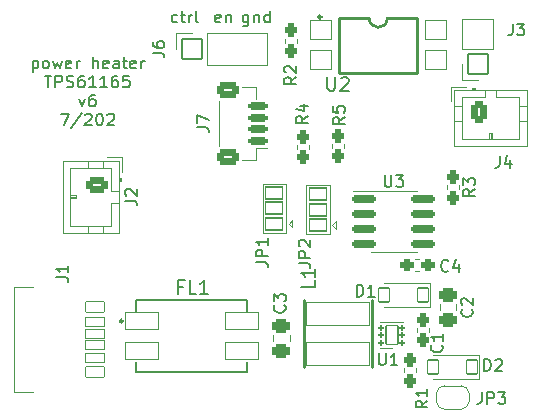
<source format=gbr>
%TF.GenerationSoftware,KiCad,Pcbnew,(6.0.4-0)*%
%TF.CreationDate,2022-07-08T14:11:35-06:00*%
%TF.ProjectId,TPS61165-heater-v6,54505336-3131-4363-952d-686561746572,rev?*%
%TF.SameCoordinates,Original*%
%TF.FileFunction,Legend,Top*%
%TF.FilePolarity,Positive*%
%FSLAX46Y46*%
G04 Gerber Fmt 4.6, Leading zero omitted, Abs format (unit mm)*
G04 Created by KiCad (PCBNEW (6.0.4-0)) date 2022-07-08 14:11:35*
%MOMM*%
%LPD*%
G01*
G04 APERTURE LIST*
G04 Aperture macros list*
%AMRoundRect*
0 Rectangle with rounded corners*
0 $1 Rounding radius*
0 $2 $3 $4 $5 $6 $7 $8 $9 X,Y pos of 4 corners*
0 Add a 4 corners polygon primitive as box body*
4,1,4,$2,$3,$4,$5,$6,$7,$8,$9,$2,$3,0*
0 Add four circle primitives for the rounded corners*
1,1,$1+$1,$2,$3*
1,1,$1+$1,$4,$5*
1,1,$1+$1,$6,$7*
1,1,$1+$1,$8,$9*
0 Add four rect primitives between the rounded corners*
20,1,$1+$1,$2,$3,$4,$5,0*
20,1,$1+$1,$4,$5,$6,$7,0*
20,1,$1+$1,$6,$7,$8,$9,0*
20,1,$1+$1,$8,$9,$2,$3,0*%
%AMFreePoly0*
4,1,37,0.012349,0.795885,0.074216,0.795507,0.088518,0.793370,0.224339,0.752751,0.237465,0.746685,0.356427,0.669578,0.367324,0.660073,0.459862,0.552676,0.467652,0.540494,0.526329,0.411442,0.530388,0.397563,0.550485,0.257230,0.551000,0.250000,0.551000,-0.250000,0.550996,-0.250622,0.550847,-0.262838,0.550144,-0.270677,0.526624,-0.410478,0.522228,-0.424254,0.460416,-0.551833,
0.452330,-0.563821,0.357195,-0.668925,0.346069,-0.678161,0.225259,-0.752338,0.211989,-0.758081,0.075216,-0.795370,0.060866,-0.797157,0.011464,-0.796251,0.000000,-0.801000,-0.500000,-0.801000,-0.536062,-0.786062,-0.551000,-0.750000,-0.551000,0.750000,-0.536062,0.786062,-0.500000,0.801000,0.000000,0.801000,0.012349,0.795885,0.012349,0.795885,$1*%
%AMFreePoly1*
4,1,37,0.536062,0.786062,0.551000,0.750000,0.551000,-0.750000,0.536062,-0.786062,0.500000,-0.801000,0.000000,-0.801000,-0.012525,-0.795812,-0.080875,-0.794559,-0.095149,-0.792248,-0.230464,-0.749973,-0.243516,-0.743747,-0.361526,-0.665192,-0.372306,-0.655554,-0.463526,-0.547035,-0.471167,-0.534759,-0.528262,-0.405000,-0.532150,-0.391073,-0.549733,-0.256613,-0.548336,-0.256430,-0.551000,-0.250000,
-0.551000,0.250000,-0.550512,0.251179,-0.550356,0.263956,-0.528545,0.404033,-0.524317,0.417860,-0.464069,0.546185,-0.456130,0.558271,-0.362286,0.664529,-0.351274,0.673901,-0.231379,0.749549,-0.218180,0.755454,-0.081873,0.794411,-0.067546,0.796373,-0.011990,0.796033,0.000000,0.801000,0.500000,0.801000,0.536062,0.786062,0.536062,0.786062,$1*%
G04 Aperture macros list end*
%ADD10C,0.150000*%
%ADD11C,0.152000*%
%ADD12C,0.120000*%
%ADD13C,0.250000*%
%ADD14C,0.254000*%
%ADD15RoundRect,0.051000X-0.800000X0.400000X-0.800000X-0.400000X0.800000X-0.400000X0.800000X0.400000X0*%
%ADD16RoundRect,0.051000X-0.800000X0.450000X-0.800000X-0.450000X0.800000X-0.450000X0.800000X0.450000X0*%
%ADD17O,1.802000X1.102000*%
%ADD18RoundRect,0.051000X-1.412500X-0.700000X1.412500X-0.700000X1.412500X0.700000X-1.412500X0.700000X0*%
%ADD19RoundRect,0.288500X-0.237500X0.287500X-0.237500X-0.287500X0.237500X-0.287500X0.237500X0.287500X0*%
%ADD20RoundRect,0.201000X-0.825000X-0.150000X0.825000X-0.150000X0.825000X0.150000X-0.825000X0.150000X0*%
%ADD21FreePoly0,0.000000*%
%ADD22FreePoly1,0.000000*%
%ADD23RoundRect,0.051000X0.450000X0.600000X-0.450000X0.600000X-0.450000X-0.600000X0.450000X-0.600000X0*%
%ADD24RoundRect,0.051000X0.900000X0.800000X-0.900000X0.800000X-0.900000X-0.800000X0.900000X-0.800000X0*%
%ADD25RoundRect,0.051000X2.650000X-1.000000X2.650000X1.000000X-2.650000X1.000000X-2.650000X-1.000000X0*%
%ADD26RoundRect,0.051000X0.750000X-0.500000X0.750000X0.500000X-0.750000X0.500000X-0.750000X-0.500000X0*%
%ADD27RoundRect,0.288500X0.237500X-0.287500X0.237500X0.287500X-0.237500X0.287500X-0.237500X-0.287500X0*%
%ADD28RoundRect,0.301000X0.650000X-0.350000X0.650000X0.350000X-0.650000X0.350000X-0.650000X-0.350000X0*%
%ADD29RoundRect,0.201000X0.625000X-0.150000X0.625000X0.150000X-0.625000X0.150000X-0.625000X-0.150000X0*%
%ADD30RoundRect,0.288500X-0.287500X-0.237500X0.287500X-0.237500X0.287500X0.237500X-0.287500X0.237500X0*%
%ADD31O,1.802000X1.802000*%
%ADD32RoundRect,0.051000X0.850000X-0.850000X0.850000X0.850000X-0.850000X0.850000X-0.850000X-0.850000X0*%
%ADD33RoundRect,0.051000X0.500000X0.800000X-0.500000X0.800000X-0.500000X-0.800000X0.500000X-0.800000X0*%
%ADD34RoundRect,0.144750X0.093750X0.106250X-0.093750X0.106250X-0.093750X-0.106250X0.093750X-0.106250X0*%
%ADD35O,1.302000X1.852000*%
%ADD36RoundRect,0.301000X-0.350000X-0.625000X0.350000X-0.625000X0.350000X0.625000X-0.350000X0.625000X0*%
%ADD37RoundRect,0.051000X0.850000X0.850000X-0.850000X0.850000X-0.850000X-0.850000X0.850000X-0.850000X0*%
%ADD38O,1.852000X1.302000*%
%ADD39RoundRect,0.301000X-0.625000X0.350000X-0.625000X-0.350000X0.625000X-0.350000X0.625000X0.350000X0*%
%ADD40RoundRect,0.301000X0.450000X-0.325000X0.450000X0.325000X-0.450000X0.325000X-0.450000X-0.325000X0*%
%ADD41RoundRect,0.301000X-0.450000X0.325000X-0.450000X-0.325000X0.450000X-0.325000X0.450000X0.325000X0*%
G04 APERTURE END LIST*
D10*
X135809523Y-56285714D02*
X135809523Y-57095238D01*
X135761904Y-57190476D01*
X135714285Y-57238095D01*
X135619047Y-57285714D01*
X135476190Y-57285714D01*
X135380952Y-57238095D01*
X135809523Y-56904761D02*
X135714285Y-56952380D01*
X135523809Y-56952380D01*
X135428571Y-56904761D01*
X135380952Y-56857142D01*
X135333333Y-56761904D01*
X135333333Y-56476190D01*
X135380952Y-56380952D01*
X135428571Y-56333333D01*
X135523809Y-56285714D01*
X135714285Y-56285714D01*
X135809523Y-56333333D01*
X136285714Y-56285714D02*
X136285714Y-56952380D01*
X136285714Y-56380952D02*
X136333333Y-56333333D01*
X136428571Y-56285714D01*
X136571428Y-56285714D01*
X136666666Y-56333333D01*
X136714285Y-56428571D01*
X136714285Y-56952380D01*
X137619047Y-56952380D02*
X137619047Y-55952380D01*
X137619047Y-56904761D02*
X137523809Y-56952380D01*
X137333333Y-56952380D01*
X137238095Y-56904761D01*
X137190476Y-56857142D01*
X137142857Y-56761904D01*
X137142857Y-56476190D01*
X137190476Y-56380952D01*
X137238095Y-56333333D01*
X137333333Y-56285714D01*
X137523809Y-56285714D01*
X137619047Y-56333333D01*
X133438095Y-56904761D02*
X133342857Y-56952380D01*
X133152380Y-56952380D01*
X133057142Y-56904761D01*
X133009523Y-56809523D01*
X133009523Y-56428571D01*
X133057142Y-56333333D01*
X133152380Y-56285714D01*
X133342857Y-56285714D01*
X133438095Y-56333333D01*
X133485714Y-56428571D01*
X133485714Y-56523809D01*
X133009523Y-56619047D01*
X133914285Y-56285714D02*
X133914285Y-56952380D01*
X133914285Y-56380952D02*
X133961904Y-56333333D01*
X134057142Y-56285714D01*
X134200000Y-56285714D01*
X134295238Y-56333333D01*
X134342857Y-56428571D01*
X134342857Y-56952380D01*
X129780952Y-56904761D02*
X129685714Y-56952380D01*
X129495238Y-56952380D01*
X129400000Y-56904761D01*
X129352380Y-56857142D01*
X129304761Y-56761904D01*
X129304761Y-56476190D01*
X129352380Y-56380952D01*
X129400000Y-56333333D01*
X129495238Y-56285714D01*
X129685714Y-56285714D01*
X129780952Y-56333333D01*
X130066666Y-56285714D02*
X130447619Y-56285714D01*
X130209523Y-55952380D02*
X130209523Y-56809523D01*
X130257142Y-56904761D01*
X130352380Y-56952380D01*
X130447619Y-56952380D01*
X130780952Y-56952380D02*
X130780952Y-56285714D01*
X130780952Y-56476190D02*
X130828571Y-56380952D01*
X130876190Y-56333333D01*
X130971428Y-56285714D01*
X131066666Y-56285714D01*
X131542857Y-56952380D02*
X131447619Y-56904761D01*
X131400000Y-56809523D01*
X131400000Y-55952380D01*
X117533333Y-60170714D02*
X117533333Y-61170714D01*
X117533333Y-60218333D02*
X117628571Y-60170714D01*
X117819047Y-60170714D01*
X117914285Y-60218333D01*
X117961904Y-60265952D01*
X118009523Y-60361190D01*
X118009523Y-60646904D01*
X117961904Y-60742142D01*
X117914285Y-60789761D01*
X117819047Y-60837380D01*
X117628571Y-60837380D01*
X117533333Y-60789761D01*
X118580952Y-60837380D02*
X118485714Y-60789761D01*
X118438095Y-60742142D01*
X118390476Y-60646904D01*
X118390476Y-60361190D01*
X118438095Y-60265952D01*
X118485714Y-60218333D01*
X118580952Y-60170714D01*
X118723809Y-60170714D01*
X118819047Y-60218333D01*
X118866666Y-60265952D01*
X118914285Y-60361190D01*
X118914285Y-60646904D01*
X118866666Y-60742142D01*
X118819047Y-60789761D01*
X118723809Y-60837380D01*
X118580952Y-60837380D01*
X119247619Y-60170714D02*
X119438095Y-60837380D01*
X119628571Y-60361190D01*
X119819047Y-60837380D01*
X120009523Y-60170714D01*
X120771428Y-60789761D02*
X120676190Y-60837380D01*
X120485714Y-60837380D01*
X120390476Y-60789761D01*
X120342857Y-60694523D01*
X120342857Y-60313571D01*
X120390476Y-60218333D01*
X120485714Y-60170714D01*
X120676190Y-60170714D01*
X120771428Y-60218333D01*
X120819047Y-60313571D01*
X120819047Y-60408809D01*
X120342857Y-60504047D01*
X121247619Y-60837380D02*
X121247619Y-60170714D01*
X121247619Y-60361190D02*
X121295238Y-60265952D01*
X121342857Y-60218333D01*
X121438095Y-60170714D01*
X121533333Y-60170714D01*
X122628571Y-60837380D02*
X122628571Y-59837380D01*
X123057142Y-60837380D02*
X123057142Y-60313571D01*
X123009523Y-60218333D01*
X122914285Y-60170714D01*
X122771428Y-60170714D01*
X122676190Y-60218333D01*
X122628571Y-60265952D01*
X123914285Y-60789761D02*
X123819047Y-60837380D01*
X123628571Y-60837380D01*
X123533333Y-60789761D01*
X123485714Y-60694523D01*
X123485714Y-60313571D01*
X123533333Y-60218333D01*
X123628571Y-60170714D01*
X123819047Y-60170714D01*
X123914285Y-60218333D01*
X123961904Y-60313571D01*
X123961904Y-60408809D01*
X123485714Y-60504047D01*
X124819047Y-60837380D02*
X124819047Y-60313571D01*
X124771428Y-60218333D01*
X124676190Y-60170714D01*
X124485714Y-60170714D01*
X124390476Y-60218333D01*
X124819047Y-60789761D02*
X124723809Y-60837380D01*
X124485714Y-60837380D01*
X124390476Y-60789761D01*
X124342857Y-60694523D01*
X124342857Y-60599285D01*
X124390476Y-60504047D01*
X124485714Y-60456428D01*
X124723809Y-60456428D01*
X124819047Y-60408809D01*
X125152380Y-60170714D02*
X125533333Y-60170714D01*
X125295238Y-59837380D02*
X125295238Y-60694523D01*
X125342857Y-60789761D01*
X125438095Y-60837380D01*
X125533333Y-60837380D01*
X126247619Y-60789761D02*
X126152380Y-60837380D01*
X125961904Y-60837380D01*
X125866666Y-60789761D01*
X125819047Y-60694523D01*
X125819047Y-60313571D01*
X125866666Y-60218333D01*
X125961904Y-60170714D01*
X126152380Y-60170714D01*
X126247619Y-60218333D01*
X126295238Y-60313571D01*
X126295238Y-60408809D01*
X125819047Y-60504047D01*
X126723809Y-60837380D02*
X126723809Y-60170714D01*
X126723809Y-60361190D02*
X126771428Y-60265952D01*
X126819047Y-60218333D01*
X126914285Y-60170714D01*
X127009523Y-60170714D01*
X118557142Y-61447380D02*
X119128571Y-61447380D01*
X118842857Y-62447380D02*
X118842857Y-61447380D01*
X119461904Y-62447380D02*
X119461904Y-61447380D01*
X119842857Y-61447380D01*
X119938095Y-61495000D01*
X119985714Y-61542619D01*
X120033333Y-61637857D01*
X120033333Y-61780714D01*
X119985714Y-61875952D01*
X119938095Y-61923571D01*
X119842857Y-61971190D01*
X119461904Y-61971190D01*
X120414285Y-62399761D02*
X120557142Y-62447380D01*
X120795238Y-62447380D01*
X120890476Y-62399761D01*
X120938095Y-62352142D01*
X120985714Y-62256904D01*
X120985714Y-62161666D01*
X120938095Y-62066428D01*
X120890476Y-62018809D01*
X120795238Y-61971190D01*
X120604761Y-61923571D01*
X120509523Y-61875952D01*
X120461904Y-61828333D01*
X120414285Y-61733095D01*
X120414285Y-61637857D01*
X120461904Y-61542619D01*
X120509523Y-61495000D01*
X120604761Y-61447380D01*
X120842857Y-61447380D01*
X120985714Y-61495000D01*
X121842857Y-61447380D02*
X121652380Y-61447380D01*
X121557142Y-61495000D01*
X121509523Y-61542619D01*
X121414285Y-61685476D01*
X121366666Y-61875952D01*
X121366666Y-62256904D01*
X121414285Y-62352142D01*
X121461904Y-62399761D01*
X121557142Y-62447380D01*
X121747619Y-62447380D01*
X121842857Y-62399761D01*
X121890476Y-62352142D01*
X121938095Y-62256904D01*
X121938095Y-62018809D01*
X121890476Y-61923571D01*
X121842857Y-61875952D01*
X121747619Y-61828333D01*
X121557142Y-61828333D01*
X121461904Y-61875952D01*
X121414285Y-61923571D01*
X121366666Y-62018809D01*
X122890476Y-62447380D02*
X122319047Y-62447380D01*
X122604761Y-62447380D02*
X122604761Y-61447380D01*
X122509523Y-61590238D01*
X122414285Y-61685476D01*
X122319047Y-61733095D01*
X123842857Y-62447380D02*
X123271428Y-62447380D01*
X123557142Y-62447380D02*
X123557142Y-61447380D01*
X123461904Y-61590238D01*
X123366666Y-61685476D01*
X123271428Y-61733095D01*
X124700000Y-61447380D02*
X124509523Y-61447380D01*
X124414285Y-61495000D01*
X124366666Y-61542619D01*
X124271428Y-61685476D01*
X124223809Y-61875952D01*
X124223809Y-62256904D01*
X124271428Y-62352142D01*
X124319047Y-62399761D01*
X124414285Y-62447380D01*
X124604761Y-62447380D01*
X124700000Y-62399761D01*
X124747619Y-62352142D01*
X124795238Y-62256904D01*
X124795238Y-62018809D01*
X124747619Y-61923571D01*
X124700000Y-61875952D01*
X124604761Y-61828333D01*
X124414285Y-61828333D01*
X124319047Y-61875952D01*
X124271428Y-61923571D01*
X124223809Y-62018809D01*
X125700000Y-61447380D02*
X125223809Y-61447380D01*
X125176190Y-61923571D01*
X125223809Y-61875952D01*
X125319047Y-61828333D01*
X125557142Y-61828333D01*
X125652380Y-61875952D01*
X125700000Y-61923571D01*
X125747619Y-62018809D01*
X125747619Y-62256904D01*
X125700000Y-62352142D01*
X125652380Y-62399761D01*
X125557142Y-62447380D01*
X125319047Y-62447380D01*
X125223809Y-62399761D01*
X125176190Y-62352142D01*
X121485714Y-63390714D02*
X121723809Y-64057380D01*
X121961904Y-63390714D01*
X122771428Y-63057380D02*
X122580952Y-63057380D01*
X122485714Y-63105000D01*
X122438095Y-63152619D01*
X122342857Y-63295476D01*
X122295238Y-63485952D01*
X122295238Y-63866904D01*
X122342857Y-63962142D01*
X122390476Y-64009761D01*
X122485714Y-64057380D01*
X122676190Y-64057380D01*
X122771428Y-64009761D01*
X122819047Y-63962142D01*
X122866666Y-63866904D01*
X122866666Y-63628809D01*
X122819047Y-63533571D01*
X122771428Y-63485952D01*
X122676190Y-63438333D01*
X122485714Y-63438333D01*
X122390476Y-63485952D01*
X122342857Y-63533571D01*
X122295238Y-63628809D01*
X119914285Y-64667380D02*
X120580952Y-64667380D01*
X120152380Y-65667380D01*
X121676190Y-64619761D02*
X120819047Y-65905476D01*
X121961904Y-64762619D02*
X122009523Y-64715000D01*
X122104761Y-64667380D01*
X122342857Y-64667380D01*
X122438095Y-64715000D01*
X122485714Y-64762619D01*
X122533333Y-64857857D01*
X122533333Y-64953095D01*
X122485714Y-65095952D01*
X121914285Y-65667380D01*
X122533333Y-65667380D01*
X123152380Y-64667380D02*
X123247619Y-64667380D01*
X123342857Y-64715000D01*
X123390476Y-64762619D01*
X123438095Y-64857857D01*
X123485714Y-65048333D01*
X123485714Y-65286428D01*
X123438095Y-65476904D01*
X123390476Y-65572142D01*
X123342857Y-65619761D01*
X123247619Y-65667380D01*
X123152380Y-65667380D01*
X123057142Y-65619761D01*
X123009523Y-65572142D01*
X122961904Y-65476904D01*
X122914285Y-65286428D01*
X122914285Y-65048333D01*
X122961904Y-64857857D01*
X123009523Y-64762619D01*
X123057142Y-64715000D01*
X123152380Y-64667380D01*
X123866666Y-64762619D02*
X123914285Y-64715000D01*
X124009523Y-64667380D01*
X124247619Y-64667380D01*
X124342857Y-64715000D01*
X124390476Y-64762619D01*
X124438095Y-64857857D01*
X124438095Y-64953095D01*
X124390476Y-65095952D01*
X123819047Y-65667380D01*
X124438095Y-65667380D01*
%TO.C,J1*%
X119552380Y-78533333D02*
X120266666Y-78533333D01*
X120409523Y-78580952D01*
X120504761Y-78676190D01*
X120552380Y-78819047D01*
X120552380Y-78914285D01*
X120552380Y-77533333D02*
X120552380Y-78104761D01*
X120552380Y-77819047D02*
X119552380Y-77819047D01*
X119695238Y-77914285D01*
X119790476Y-78009523D01*
X119838095Y-78104761D01*
D11*
%TO.C,FL1*%
X130251942Y-79318357D02*
X129870942Y-79318357D01*
X129870942Y-79917071D02*
X129870942Y-78774071D01*
X130415228Y-78774071D01*
X131394942Y-79917071D02*
X130850657Y-79917071D01*
X130850657Y-78774071D01*
X132374657Y-79917071D02*
X131721514Y-79917071D01*
X132048085Y-79917071D02*
X132048085Y-78774071D01*
X131939228Y-78937357D01*
X131830371Y-79046214D01*
X131721514Y-79100642D01*
D10*
%TO.C,R3*%
X154982380Y-71066666D02*
X154506190Y-71400000D01*
X154982380Y-71638095D02*
X153982380Y-71638095D01*
X153982380Y-71257142D01*
X154030000Y-71161904D01*
X154077619Y-71114285D01*
X154172857Y-71066666D01*
X154315714Y-71066666D01*
X154410952Y-71114285D01*
X154458571Y-71161904D01*
X154506190Y-71257142D01*
X154506190Y-71638095D01*
X153982380Y-70733333D02*
X153982380Y-70114285D01*
X154363333Y-70447619D01*
X154363333Y-70304761D01*
X154410952Y-70209523D01*
X154458571Y-70161904D01*
X154553809Y-70114285D01*
X154791904Y-70114285D01*
X154887142Y-70161904D01*
X154934761Y-70209523D01*
X154982380Y-70304761D01*
X154982380Y-70590476D01*
X154934761Y-70685714D01*
X154887142Y-70733333D01*
%TO.C,U3*%
X147338095Y-69852380D02*
X147338095Y-70661904D01*
X147385714Y-70757142D01*
X147433333Y-70804761D01*
X147528571Y-70852380D01*
X147719047Y-70852380D01*
X147814285Y-70804761D01*
X147861904Y-70757142D01*
X147909523Y-70661904D01*
X147909523Y-69852380D01*
X148290476Y-69852380D02*
X148909523Y-69852380D01*
X148576190Y-70233333D01*
X148719047Y-70233333D01*
X148814285Y-70280952D01*
X148861904Y-70328571D01*
X148909523Y-70423809D01*
X148909523Y-70661904D01*
X148861904Y-70757142D01*
X148814285Y-70804761D01*
X148719047Y-70852380D01*
X148433333Y-70852380D01*
X148338095Y-70804761D01*
X148290476Y-70757142D01*
%TO.C,JP3*%
X155566666Y-88252380D02*
X155566666Y-88966666D01*
X155519047Y-89109523D01*
X155423809Y-89204761D01*
X155280952Y-89252380D01*
X155185714Y-89252380D01*
X156042857Y-89252380D02*
X156042857Y-88252380D01*
X156423809Y-88252380D01*
X156519047Y-88300000D01*
X156566666Y-88347619D01*
X156614285Y-88442857D01*
X156614285Y-88585714D01*
X156566666Y-88680952D01*
X156519047Y-88728571D01*
X156423809Y-88776190D01*
X156042857Y-88776190D01*
X156947619Y-88252380D02*
X157566666Y-88252380D01*
X157233333Y-88633333D01*
X157376190Y-88633333D01*
X157471428Y-88680952D01*
X157519047Y-88728571D01*
X157566666Y-88823809D01*
X157566666Y-89061904D01*
X157519047Y-89157142D01*
X157471428Y-89204761D01*
X157376190Y-89252380D01*
X157090476Y-89252380D01*
X156995238Y-89204761D01*
X156947619Y-89157142D01*
%TO.C,D2*%
X155761904Y-86452380D02*
X155761904Y-85452380D01*
X156000000Y-85452380D01*
X156142857Y-85500000D01*
X156238095Y-85595238D01*
X156285714Y-85690476D01*
X156333333Y-85880952D01*
X156333333Y-86023809D01*
X156285714Y-86214285D01*
X156238095Y-86309523D01*
X156142857Y-86404761D01*
X156000000Y-86452380D01*
X155761904Y-86452380D01*
X156714285Y-85547619D02*
X156761904Y-85500000D01*
X156857142Y-85452380D01*
X157095238Y-85452380D01*
X157190476Y-85500000D01*
X157238095Y-85547619D01*
X157285714Y-85642857D01*
X157285714Y-85738095D01*
X157238095Y-85880952D01*
X156666666Y-86452380D01*
X157285714Y-86452380D01*
D11*
%TO.C,U2*%
X142487342Y-61574071D02*
X142487342Y-62499357D01*
X142541771Y-62608214D01*
X142596200Y-62662642D01*
X142705057Y-62717071D01*
X142922771Y-62717071D01*
X143031628Y-62662642D01*
X143086057Y-62608214D01*
X143140485Y-62499357D01*
X143140485Y-61574071D01*
X143630342Y-61682928D02*
X143684771Y-61628500D01*
X143793628Y-61574071D01*
X144065771Y-61574071D01*
X144174628Y-61628500D01*
X144229057Y-61682928D01*
X144283485Y-61791785D01*
X144283485Y-61900642D01*
X144229057Y-62063928D01*
X143575914Y-62717071D01*
X144283485Y-62717071D01*
%TO.C,L1*%
X141417071Y-78784771D02*
X141417071Y-79329057D01*
X140274071Y-79329057D01*
X141417071Y-77805057D02*
X141417071Y-78458200D01*
X141417071Y-78131628D02*
X140274071Y-78131628D01*
X140437357Y-78240485D01*
X140546214Y-78349342D01*
X140600642Y-78458200D01*
D10*
%TO.C,JP2*%
X140052380Y-77333333D02*
X140766666Y-77333333D01*
X140909523Y-77380952D01*
X141004761Y-77476190D01*
X141052380Y-77619047D01*
X141052380Y-77714285D01*
X141052380Y-76857142D02*
X140052380Y-76857142D01*
X140052380Y-76476190D01*
X140100000Y-76380952D01*
X140147619Y-76333333D01*
X140242857Y-76285714D01*
X140385714Y-76285714D01*
X140480952Y-76333333D01*
X140528571Y-76380952D01*
X140576190Y-76476190D01*
X140576190Y-76857142D01*
X140147619Y-75904761D02*
X140100000Y-75857142D01*
X140052380Y-75761904D01*
X140052380Y-75523809D01*
X140100000Y-75428571D01*
X140147619Y-75380952D01*
X140242857Y-75333333D01*
X140338095Y-75333333D01*
X140480952Y-75380952D01*
X141052380Y-75952380D01*
X141052380Y-75333333D01*
%TO.C,JP1*%
X136452380Y-77233333D02*
X137166666Y-77233333D01*
X137309523Y-77280952D01*
X137404761Y-77376190D01*
X137452380Y-77519047D01*
X137452380Y-77614285D01*
X137452380Y-76757142D02*
X136452380Y-76757142D01*
X136452380Y-76376190D01*
X136500000Y-76280952D01*
X136547619Y-76233333D01*
X136642857Y-76185714D01*
X136785714Y-76185714D01*
X136880952Y-76233333D01*
X136928571Y-76280952D01*
X136976190Y-76376190D01*
X136976190Y-76757142D01*
X137452380Y-75233333D02*
X137452380Y-75804761D01*
X137452380Y-75519047D02*
X136452380Y-75519047D01*
X136595238Y-75614285D01*
X136690476Y-75709523D01*
X136738095Y-75804761D01*
%TO.C,R5*%
X143952380Y-64966666D02*
X143476190Y-65300000D01*
X143952380Y-65538095D02*
X142952380Y-65538095D01*
X142952380Y-65157142D01*
X143000000Y-65061904D01*
X143047619Y-65014285D01*
X143142857Y-64966666D01*
X143285714Y-64966666D01*
X143380952Y-65014285D01*
X143428571Y-65061904D01*
X143476190Y-65157142D01*
X143476190Y-65538095D01*
X142952380Y-64061904D02*
X142952380Y-64538095D01*
X143428571Y-64585714D01*
X143380952Y-64538095D01*
X143333333Y-64442857D01*
X143333333Y-64204761D01*
X143380952Y-64109523D01*
X143428571Y-64061904D01*
X143523809Y-64014285D01*
X143761904Y-64014285D01*
X143857142Y-64061904D01*
X143904761Y-64109523D01*
X143952380Y-64204761D01*
X143952380Y-64442857D01*
X143904761Y-64538095D01*
X143857142Y-64585714D01*
%TO.C,R4*%
X140852380Y-64866666D02*
X140376190Y-65200000D01*
X140852380Y-65438095D02*
X139852380Y-65438095D01*
X139852380Y-65057142D01*
X139900000Y-64961904D01*
X139947619Y-64914285D01*
X140042857Y-64866666D01*
X140185714Y-64866666D01*
X140280952Y-64914285D01*
X140328571Y-64961904D01*
X140376190Y-65057142D01*
X140376190Y-65438095D01*
X140185714Y-64009523D02*
X140852380Y-64009523D01*
X139804761Y-64247619D02*
X140519047Y-64485714D01*
X140519047Y-63866666D01*
%TO.C,J7*%
X131452380Y-65833333D02*
X132166666Y-65833333D01*
X132309523Y-65880952D01*
X132404761Y-65976190D01*
X132452380Y-66119047D01*
X132452380Y-66214285D01*
X131452380Y-65452380D02*
X131452380Y-64785714D01*
X132452380Y-65214285D01*
%TO.C,C4*%
X152733333Y-77957142D02*
X152685714Y-78004761D01*
X152542857Y-78052380D01*
X152447619Y-78052380D01*
X152304761Y-78004761D01*
X152209523Y-77909523D01*
X152161904Y-77814285D01*
X152114285Y-77623809D01*
X152114285Y-77480952D01*
X152161904Y-77290476D01*
X152209523Y-77195238D01*
X152304761Y-77100000D01*
X152447619Y-77052380D01*
X152542857Y-77052380D01*
X152685714Y-77100000D01*
X152733333Y-77147619D01*
X153590476Y-77385714D02*
X153590476Y-78052380D01*
X153352380Y-77004761D02*
X153114285Y-77719047D01*
X153733333Y-77719047D01*
%TO.C,R2*%
X139852380Y-61566666D02*
X139376190Y-61900000D01*
X139852380Y-62138095D02*
X138852380Y-62138095D01*
X138852380Y-61757142D01*
X138900000Y-61661904D01*
X138947619Y-61614285D01*
X139042857Y-61566666D01*
X139185714Y-61566666D01*
X139280952Y-61614285D01*
X139328571Y-61661904D01*
X139376190Y-61757142D01*
X139376190Y-62138095D01*
X138947619Y-61185714D02*
X138900000Y-61138095D01*
X138852380Y-61042857D01*
X138852380Y-60804761D01*
X138900000Y-60709523D01*
X138947619Y-60661904D01*
X139042857Y-60614285D01*
X139138095Y-60614285D01*
X139280952Y-60661904D01*
X139852380Y-61233333D01*
X139852380Y-60614285D01*
%TO.C,J6*%
X127682380Y-59533333D02*
X128396666Y-59533333D01*
X128539523Y-59580952D01*
X128634761Y-59676190D01*
X128682380Y-59819047D01*
X128682380Y-59914285D01*
X127682380Y-58628571D02*
X127682380Y-58819047D01*
X127730000Y-58914285D01*
X127777619Y-58961904D01*
X127920476Y-59057142D01*
X128110952Y-59104761D01*
X128491904Y-59104761D01*
X128587142Y-59057142D01*
X128634761Y-59009523D01*
X128682380Y-58914285D01*
X128682380Y-58723809D01*
X128634761Y-58628571D01*
X128587142Y-58580952D01*
X128491904Y-58533333D01*
X128253809Y-58533333D01*
X128158571Y-58580952D01*
X128110952Y-58628571D01*
X128063333Y-58723809D01*
X128063333Y-58914285D01*
X128110952Y-59009523D01*
X128158571Y-59057142D01*
X128253809Y-59104761D01*
%TO.C,U1*%
X146838095Y-84952380D02*
X146838095Y-85761904D01*
X146885714Y-85857142D01*
X146933333Y-85904761D01*
X147028571Y-85952380D01*
X147219047Y-85952380D01*
X147314285Y-85904761D01*
X147361904Y-85857142D01*
X147409523Y-85761904D01*
X147409523Y-84952380D01*
X148409523Y-85952380D02*
X147838095Y-85952380D01*
X148123809Y-85952380D02*
X148123809Y-84952380D01*
X148028571Y-85095238D01*
X147933333Y-85190476D01*
X147838095Y-85238095D01*
%TO.C,R1*%
X150952380Y-88966666D02*
X150476190Y-89300000D01*
X150952380Y-89538095D02*
X149952380Y-89538095D01*
X149952380Y-89157142D01*
X150000000Y-89061904D01*
X150047619Y-89014285D01*
X150142857Y-88966666D01*
X150285714Y-88966666D01*
X150380952Y-89014285D01*
X150428571Y-89061904D01*
X150476190Y-89157142D01*
X150476190Y-89538095D01*
X150952380Y-88014285D02*
X150952380Y-88585714D01*
X150952380Y-88300000D02*
X149952380Y-88300000D01*
X150095238Y-88395238D01*
X150190476Y-88490476D01*
X150238095Y-88585714D01*
%TO.C,J4*%
X157066666Y-68252380D02*
X157066666Y-68966666D01*
X157019047Y-69109523D01*
X156923809Y-69204761D01*
X156780952Y-69252380D01*
X156685714Y-69252380D01*
X157971428Y-68585714D02*
X157971428Y-69252380D01*
X157733333Y-68204761D02*
X157495238Y-68919047D01*
X158114285Y-68919047D01*
%TO.C,J3*%
X158166666Y-57052380D02*
X158166666Y-57766666D01*
X158119047Y-57909523D01*
X158023809Y-58004761D01*
X157880952Y-58052380D01*
X157785714Y-58052380D01*
X158547619Y-57052380D02*
X159166666Y-57052380D01*
X158833333Y-57433333D01*
X158976190Y-57433333D01*
X159071428Y-57480952D01*
X159119047Y-57528571D01*
X159166666Y-57623809D01*
X159166666Y-57861904D01*
X159119047Y-57957142D01*
X159071428Y-58004761D01*
X158976190Y-58052380D01*
X158690476Y-58052380D01*
X158595238Y-58004761D01*
X158547619Y-57957142D01*
%TO.C,J2*%
X125352380Y-72033333D02*
X126066666Y-72033333D01*
X126209523Y-72080952D01*
X126304761Y-72176190D01*
X126352380Y-72319047D01*
X126352380Y-72414285D01*
X125447619Y-71604761D02*
X125400000Y-71557142D01*
X125352380Y-71461904D01*
X125352380Y-71223809D01*
X125400000Y-71128571D01*
X125447619Y-71080952D01*
X125542857Y-71033333D01*
X125638095Y-71033333D01*
X125780952Y-71080952D01*
X126352380Y-71652380D01*
X126352380Y-71033333D01*
%TO.C,D1*%
X144961904Y-80152380D02*
X144961904Y-79152380D01*
X145200000Y-79152380D01*
X145342857Y-79200000D01*
X145438095Y-79295238D01*
X145485714Y-79390476D01*
X145533333Y-79580952D01*
X145533333Y-79723809D01*
X145485714Y-79914285D01*
X145438095Y-80009523D01*
X145342857Y-80104761D01*
X145200000Y-80152380D01*
X144961904Y-80152380D01*
X146485714Y-80152380D02*
X145914285Y-80152380D01*
X146200000Y-80152380D02*
X146200000Y-79152380D01*
X146104761Y-79295238D01*
X146009523Y-79390476D01*
X145914285Y-79438095D01*
%TO.C,C3*%
X138857142Y-80891666D02*
X138904761Y-80939285D01*
X138952380Y-81082142D01*
X138952380Y-81177380D01*
X138904761Y-81320238D01*
X138809523Y-81415476D01*
X138714285Y-81463095D01*
X138523809Y-81510714D01*
X138380952Y-81510714D01*
X138190476Y-81463095D01*
X138095238Y-81415476D01*
X138000000Y-81320238D01*
X137952380Y-81177380D01*
X137952380Y-81082142D01*
X138000000Y-80939285D01*
X138047619Y-80891666D01*
X137952380Y-80558333D02*
X137952380Y-79939285D01*
X138333333Y-80272619D01*
X138333333Y-80129761D01*
X138380952Y-80034523D01*
X138428571Y-79986904D01*
X138523809Y-79939285D01*
X138761904Y-79939285D01*
X138857142Y-79986904D01*
X138904761Y-80034523D01*
X138952380Y-80129761D01*
X138952380Y-80415476D01*
X138904761Y-80510714D01*
X138857142Y-80558333D01*
%TO.C,C2*%
X154707142Y-81241666D02*
X154754761Y-81289285D01*
X154802380Y-81432142D01*
X154802380Y-81527380D01*
X154754761Y-81670238D01*
X154659523Y-81765476D01*
X154564285Y-81813095D01*
X154373809Y-81860714D01*
X154230952Y-81860714D01*
X154040476Y-81813095D01*
X153945238Y-81765476D01*
X153850000Y-81670238D01*
X153802380Y-81527380D01*
X153802380Y-81432142D01*
X153850000Y-81289285D01*
X153897619Y-81241666D01*
X153897619Y-80860714D02*
X153850000Y-80813095D01*
X153802380Y-80717857D01*
X153802380Y-80479761D01*
X153850000Y-80384523D01*
X153897619Y-80336904D01*
X153992857Y-80289285D01*
X154088095Y-80289285D01*
X154230952Y-80336904D01*
X154802380Y-80908333D01*
X154802380Y-80289285D01*
%TO.C,C1*%
X152157142Y-84266666D02*
X152204761Y-84314285D01*
X152252380Y-84457142D01*
X152252380Y-84552380D01*
X152204761Y-84695238D01*
X152109523Y-84790476D01*
X152014285Y-84838095D01*
X151823809Y-84885714D01*
X151680952Y-84885714D01*
X151490476Y-84838095D01*
X151395238Y-84790476D01*
X151300000Y-84695238D01*
X151252380Y-84552380D01*
X151252380Y-84457142D01*
X151300000Y-84314285D01*
X151347619Y-84266666D01*
X152252380Y-83314285D02*
X152252380Y-83885714D01*
X152252380Y-83600000D02*
X151252380Y-83600000D01*
X151395238Y-83695238D01*
X151490476Y-83790476D01*
X151538095Y-83885714D01*
D12*
%TO.C,J1*%
X117600000Y-79330000D02*
X115920000Y-79330000D01*
X117600000Y-88270000D02*
X115920000Y-88270000D01*
X115920000Y-88270000D02*
X115920000Y-79330000D01*
D13*
%TO.C,FL1*%
X125175000Y-82230000D02*
G75*
G03*
X125175000Y-82230000I-125000J0D01*
G01*
D11*
X135676000Y-86576000D02*
X135676000Y-85660000D01*
X135676000Y-86576000D02*
X135676000Y-86576000D01*
X126324000Y-86576000D02*
X135676000Y-86576000D01*
X126324000Y-86576000D02*
X126324000Y-86576000D01*
X126324000Y-85660000D02*
X126324000Y-86576000D01*
X135676000Y-80424000D02*
X135676000Y-81340000D01*
X135676000Y-80424000D02*
X135676000Y-80424000D01*
X126324000Y-80424000D02*
X135676000Y-80424000D01*
X126324000Y-80424000D02*
X126324000Y-80424000D01*
X126324000Y-81340000D02*
X126324000Y-80424000D01*
D12*
%TO.C,R3*%
X152590000Y-70728733D02*
X152590000Y-71071267D01*
X153610000Y-70728733D02*
X153610000Y-71071267D01*
%TO.C,U3*%
X148100000Y-71240000D02*
X144650000Y-71240000D01*
X148100000Y-71240000D02*
X150050000Y-71240000D01*
X148100000Y-76360000D02*
X146150000Y-76360000D01*
X148100000Y-76360000D02*
X150050000Y-76360000D01*
%TO.C,JP3*%
X152400000Y-87700000D02*
X153800000Y-87700000D01*
X154500000Y-88400000D02*
X154500000Y-89000000D01*
X153800000Y-89700000D02*
X152400000Y-89700000D01*
X151700000Y-89000000D02*
X151700000Y-88400000D01*
X152400000Y-87700000D02*
G75*
G03*
X151700000Y-88400000I0J-700000D01*
G01*
X151700000Y-89000000D02*
G75*
G03*
X152400000Y-89700000I700000J0D01*
G01*
X153800000Y-89700000D02*
G75*
G03*
X154500000Y-89000000I0J700000D01*
G01*
X154500000Y-88400000D02*
G75*
G03*
X153800000Y-87700000I-700000J0D01*
G01*
%TO.C,D2*%
X155350000Y-87100000D02*
X151450000Y-87100000D01*
X155350000Y-85100000D02*
X151450000Y-85100000D01*
X155350000Y-87100000D02*
X155350000Y-85100000D01*
D14*
%TO.C,U2*%
X141974000Y-56487000D02*
G75*
G03*
X141974000Y-56487000I-127000J0D01*
G01*
X146038000Y-56598000D02*
G75*
G03*
X147562000Y-56600000I762000J-1000D01*
G01*
X150100000Y-61200000D02*
X143500000Y-61200000D01*
X150100000Y-56600000D02*
X150100000Y-61200000D01*
X143500000Y-61200000D02*
X143500000Y-56600000D01*
X150100000Y-56600000D02*
X147562000Y-56600000D01*
X143500000Y-56600000D02*
X146038000Y-56600000D01*
%TO.C,L1*%
X140500000Y-86150000D02*
X140500000Y-80450000D01*
X146300000Y-86150000D02*
X146300000Y-80450000D01*
D12*
%TO.C,JP2*%
X140700000Y-74850000D02*
X140700000Y-70750000D01*
X140700000Y-70750000D02*
X142700000Y-70750000D01*
X142700000Y-70750000D02*
X142700000Y-74850000D01*
X142700000Y-74850000D02*
X140700000Y-74850000D01*
X142900000Y-74100000D02*
X143200000Y-74400000D01*
X143200000Y-74400000D02*
X143200000Y-73800000D01*
X142900000Y-74100000D02*
X143200000Y-73800000D01*
%TO.C,JP1*%
X137000000Y-74750000D02*
X137000000Y-70650000D01*
X137000000Y-70650000D02*
X139000000Y-70650000D01*
X139000000Y-70650000D02*
X139000000Y-74750000D01*
X139000000Y-74750000D02*
X137000000Y-74750000D01*
X139200000Y-74000000D02*
X139500000Y-74300000D01*
X139500000Y-74300000D02*
X139500000Y-73700000D01*
X139200000Y-74000000D02*
X139500000Y-73700000D01*
%TO.C,R5*%
X143910000Y-67571267D02*
X143910000Y-67228733D01*
X142890000Y-67571267D02*
X142890000Y-67228733D01*
%TO.C,R4*%
X140910000Y-67671267D02*
X140910000Y-67328733D01*
X139890000Y-67671267D02*
X139890000Y-67328733D01*
%TO.C,J7*%
X133290000Y-67440000D02*
X133290000Y-63560000D01*
X136410000Y-62390000D02*
X136410000Y-63440000D01*
X135260000Y-62390000D02*
X136410000Y-62390000D01*
X136410000Y-67560000D02*
X137400000Y-67560000D01*
X136410000Y-68610000D02*
X136410000Y-67560000D01*
X135260000Y-68610000D02*
X136410000Y-68610000D01*
%TO.C,C4*%
X149928733Y-78010000D02*
X150271267Y-78010000D01*
X149928733Y-76990000D02*
X150271267Y-76990000D01*
%TO.C,R2*%
X139910000Y-58671267D02*
X139910000Y-58328733D01*
X138890000Y-58671267D02*
X138890000Y-58328733D01*
%TO.C,J6*%
X129670000Y-59200000D02*
X129670000Y-57870000D01*
X129670000Y-57870000D02*
X131000000Y-57870000D01*
X132270000Y-57870000D02*
X137410000Y-57870000D01*
X137410000Y-60530000D02*
X137410000Y-57870000D01*
X132270000Y-60530000D02*
X137410000Y-60530000D01*
X132270000Y-60530000D02*
X132270000Y-57870000D01*
%TO.C,U1*%
X148930000Y-82320000D02*
X146930000Y-82320000D01*
X147930000Y-84540000D02*
X146930000Y-84540000D01*
%TO.C,R1*%
X148990000Y-86228733D02*
X148990000Y-86571267D01*
X150010000Y-86228733D02*
X150010000Y-86571267D01*
%TO.C,J4*%
X152940000Y-62390000D02*
X152940000Y-63640000D01*
X154190000Y-62390000D02*
X152940000Y-62390000D01*
X156300000Y-66800000D02*
X156300000Y-66300000D01*
X156400000Y-66300000D02*
X156400000Y-66800000D01*
X156200000Y-66300000D02*
X156400000Y-66300000D01*
X156200000Y-66800000D02*
X156200000Y-66300000D01*
X159360000Y-65300000D02*
X158750000Y-65300000D01*
X159360000Y-64000000D02*
X158750000Y-64000000D01*
X153240000Y-65300000D02*
X153850000Y-65300000D01*
X153240000Y-64000000D02*
X153850000Y-64000000D01*
X156800000Y-63300000D02*
X156800000Y-62690000D01*
X158750000Y-63300000D02*
X156800000Y-63300000D01*
X158750000Y-66800000D02*
X158750000Y-63300000D01*
X153850000Y-66800000D02*
X158750000Y-66800000D01*
X153850000Y-63300000D02*
X153850000Y-66800000D01*
X155800000Y-63300000D02*
X153850000Y-63300000D01*
X155800000Y-62690000D02*
X155800000Y-63300000D01*
X155000000Y-62590000D02*
X154700000Y-62590000D01*
X154700000Y-62490000D02*
X154700000Y-62690000D01*
X155000000Y-62490000D02*
X154700000Y-62490000D01*
X155000000Y-62690000D02*
X155000000Y-62490000D01*
X159360000Y-62690000D02*
X153240000Y-62690000D01*
X159360000Y-67410000D02*
X159360000Y-62690000D01*
X153240000Y-67410000D02*
X159360000Y-67410000D01*
X153240000Y-62690000D02*
X153240000Y-67410000D01*
%TO.C,J3*%
X155200000Y-61830000D02*
X153870000Y-61830000D01*
X153870000Y-61830000D02*
X153870000Y-60500000D01*
X153870000Y-59230000D02*
X153870000Y-56630000D01*
X156530000Y-56630000D02*
X153870000Y-56630000D01*
X156530000Y-59230000D02*
X156530000Y-56630000D01*
X156530000Y-59230000D02*
X153870000Y-59230000D01*
%TO.C,J2*%
X125110000Y-68340000D02*
X123860000Y-68340000D01*
X125110000Y-69590000D02*
X125110000Y-68340000D01*
X120700000Y-71700000D02*
X121200000Y-71700000D01*
X121200000Y-71800000D02*
X120700000Y-71800000D01*
X121200000Y-71600000D02*
X121200000Y-71800000D01*
X120700000Y-71600000D02*
X121200000Y-71600000D01*
X122200000Y-74760000D02*
X122200000Y-74150000D01*
X123500000Y-74760000D02*
X123500000Y-74150000D01*
X122200000Y-68640000D02*
X122200000Y-69250000D01*
X123500000Y-68640000D02*
X123500000Y-69250000D01*
X124200000Y-72200000D02*
X124810000Y-72200000D01*
X124200000Y-74150000D02*
X124200000Y-72200000D01*
X120700000Y-74150000D02*
X124200000Y-74150000D01*
X120700000Y-69250000D02*
X120700000Y-74150000D01*
X124200000Y-69250000D02*
X120700000Y-69250000D01*
X124200000Y-71200000D02*
X124200000Y-69250000D01*
X124810000Y-71200000D02*
X124200000Y-71200000D01*
X124910000Y-70400000D02*
X124910000Y-70100000D01*
X125010000Y-70100000D02*
X124810000Y-70100000D01*
X125010000Y-70400000D02*
X125010000Y-70100000D01*
X124810000Y-70400000D02*
X125010000Y-70400000D01*
X124810000Y-74760000D02*
X124810000Y-68640000D01*
X120090000Y-74760000D02*
X124810000Y-74760000D01*
X120090000Y-68640000D02*
X120090000Y-74760000D01*
X124810000Y-68640000D02*
X120090000Y-68640000D01*
%TO.C,D1*%
X151150000Y-81000000D02*
X147250000Y-81000000D01*
X151150000Y-79000000D02*
X147250000Y-79000000D01*
X151150000Y-81000000D02*
X151150000Y-79000000D01*
%TO.C,C3*%
X139310000Y-83961252D02*
X139310000Y-83438748D01*
X137890000Y-83961252D02*
X137890000Y-83438748D01*
%TO.C,C2*%
X151990000Y-80813748D02*
X151990000Y-81336252D01*
X153410000Y-80813748D02*
X153410000Y-81336252D01*
%TO.C,C1*%
X151110000Y-83171267D02*
X151110000Y-82828733D01*
X150090000Y-83171267D02*
X150090000Y-82828733D01*
%TD*%
%LPC*%
D15*
%TO.C,J1*%
X122800000Y-84300000D03*
X122800000Y-83300000D03*
X122800000Y-82280000D03*
X122800000Y-85320000D03*
D16*
X122800000Y-81050000D03*
X122800000Y-86550000D03*
D17*
X118520000Y-88120000D03*
X118520000Y-79480000D03*
X122320000Y-79480000D03*
X122320000Y-88120000D03*
%TD*%
D18*
%TO.C,FL1*%
X135237000Y-82230000D03*
X135237000Y-84770000D03*
X126763000Y-84770000D03*
X126763000Y-82230000D03*
%TD*%
D19*
%TO.C,R3*%
X153100000Y-71775000D03*
X153100000Y-70025000D03*
%TD*%
D20*
%TO.C,U3*%
X150575000Y-71895000D03*
X150575000Y-73165000D03*
X150575000Y-74435000D03*
X150575000Y-75705000D03*
X145625000Y-75705000D03*
X145625000Y-74435000D03*
X145625000Y-73165000D03*
X145625000Y-71895000D03*
%TD*%
D21*
%TO.C,JP3*%
X153750000Y-88700000D03*
D22*
X152450000Y-88700000D03*
%TD*%
D23*
%TO.C,D2*%
X151450000Y-86100000D03*
X154750000Y-86100000D03*
%TD*%
D24*
%TO.C,U2*%
X151676000Y-57630000D03*
X151676000Y-60170000D03*
X141924000Y-60170000D03*
X141924000Y-57630000D03*
%TD*%
D25*
%TO.C,L1*%
X143400000Y-81600000D03*
X143400000Y-85000000D03*
%TD*%
D26*
%TO.C,JP2*%
X141700000Y-74100000D03*
X141700000Y-72800000D03*
X141700000Y-71500000D03*
%TD*%
%TO.C,JP1*%
X138000000Y-74000000D03*
X138000000Y-72700000D03*
X138000000Y-71400000D03*
%TD*%
D27*
%TO.C,R5*%
X143400000Y-66525000D03*
X143400000Y-68275000D03*
%TD*%
%TO.C,R4*%
X140400000Y-66625000D03*
X140400000Y-68375000D03*
%TD*%
D28*
%TO.C,J7*%
X134100000Y-62700000D03*
X134100000Y-68300000D03*
D29*
X136625000Y-64000000D03*
X136625000Y-65000000D03*
X136625000Y-66000000D03*
X136625000Y-67000000D03*
%TD*%
D30*
%TO.C,C4*%
X150975000Y-77500000D03*
X149225000Y-77500000D03*
%TD*%
D27*
%TO.C,R2*%
X139400000Y-57625000D03*
X139400000Y-59375000D03*
%TD*%
D31*
%TO.C,J6*%
X136080000Y-59200000D03*
X133540000Y-59200000D03*
D32*
X131000000Y-59200000D03*
%TD*%
D33*
%TO.C,U1*%
X147930000Y-83430000D03*
D34*
X147042500Y-84080000D03*
X147042500Y-83430000D03*
X147042500Y-82780000D03*
X148817500Y-82780000D03*
X148817500Y-83430000D03*
X148817500Y-84080000D03*
%TD*%
D19*
%TO.C,R1*%
X149500000Y-87275000D03*
X149500000Y-85525000D03*
%TD*%
D35*
%TO.C,J4*%
X157300000Y-64500000D03*
D36*
X155300000Y-64500000D03*
%TD*%
D31*
%TO.C,J3*%
X155200000Y-57960000D03*
D37*
X155200000Y-60500000D03*
%TD*%
D38*
%TO.C,J2*%
X123000000Y-72700000D03*
D39*
X123000000Y-70700000D03*
%TD*%
D23*
%TO.C,D1*%
X147250000Y-80000000D03*
X150550000Y-80000000D03*
%TD*%
D40*
%TO.C,C3*%
X138600000Y-82675000D03*
X138600000Y-84725000D03*
%TD*%
D41*
%TO.C,C2*%
X152700000Y-82100000D03*
X152700000Y-80050000D03*
%TD*%
D27*
%TO.C,C1*%
X150600000Y-82125000D03*
X150600000Y-83875000D03*
%TD*%
M02*

</source>
